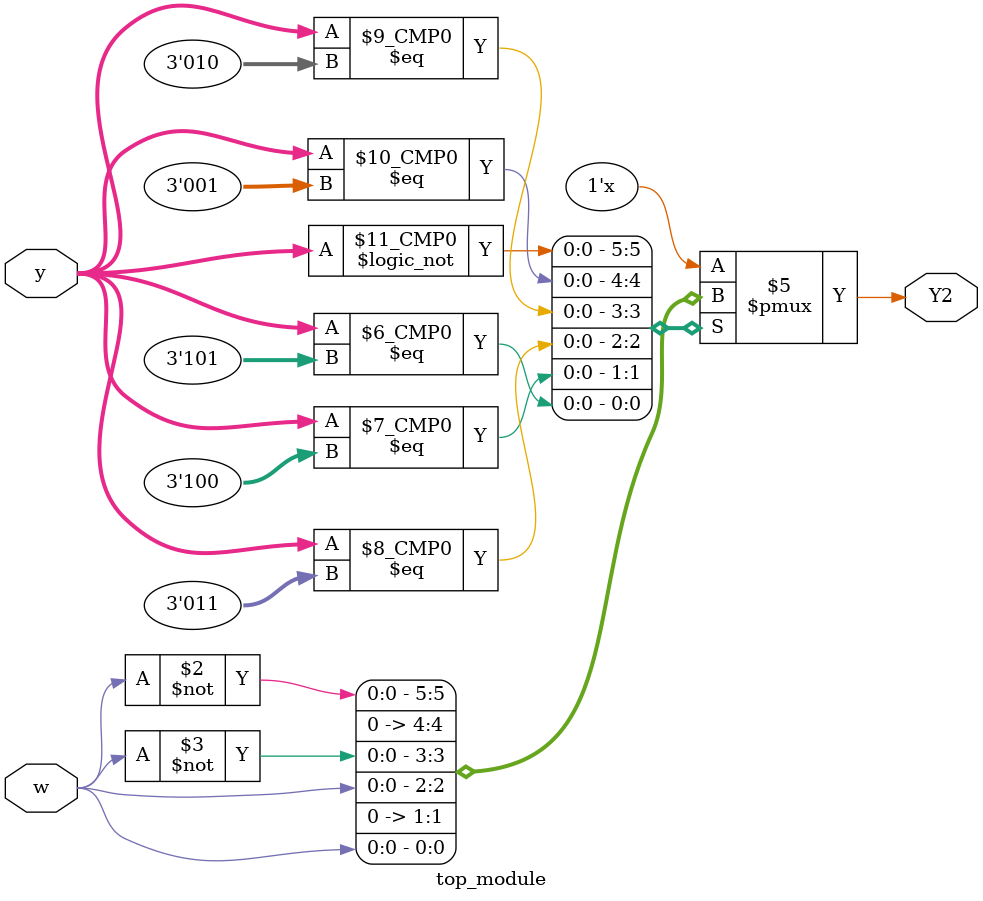
<source format=sv>
module top_module(
    input [3:1] y,
    input w,
    output reg Y2
);

always @(*) begin
    case (y)
        3'b000: Y2 = ~w;
        3'b001: Y2 = 1'b0;
        3'b010: Y2 = ~w;
        3'b011: Y2 = w;
        3'b100: Y2 = 1'b0;
        3'b101: Y2 = w;
        default: Y2 = 1'bx;
    endcase
end

endmodule

</source>
